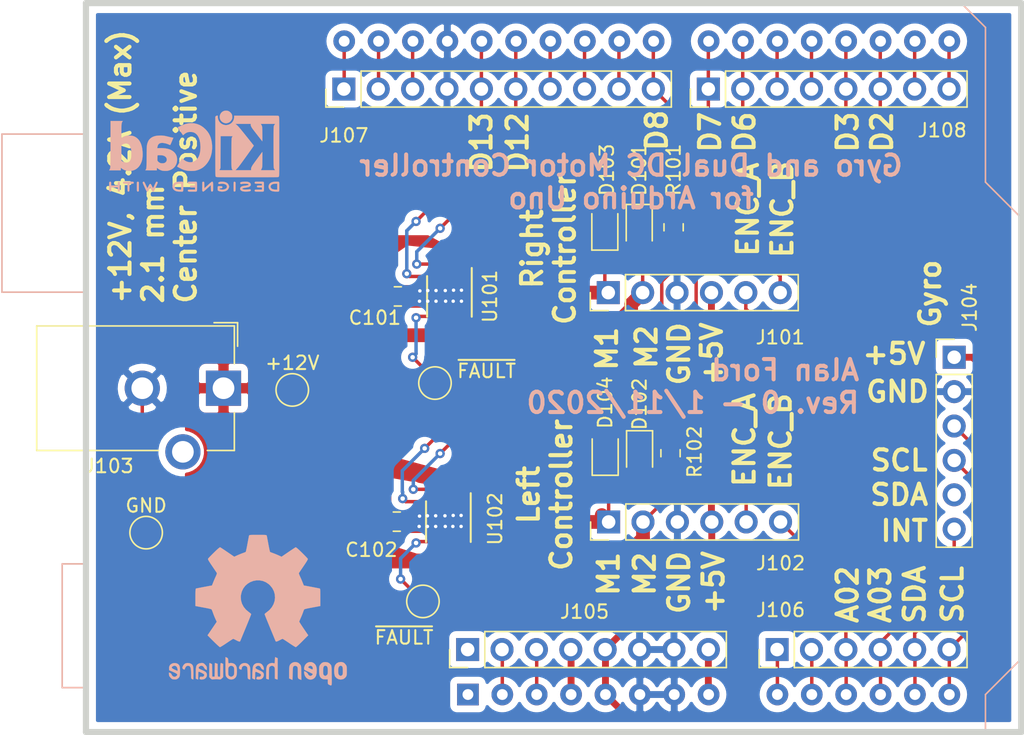
<source format=kicad_pcb>
(kicad_pcb (version 20171130) (host pcbnew "(5.1.4-0-10_14)")
  (layers (0 F.Cu signal) (31 B.Cu signal) (34 B.Paste user) (35 F.Paste user) (36 B.SilkS user) (37 F.SilkS user) (38 B.Mask user) (39 F.Mask user) (44 Edge.Cuts user))
  (net 0 "")
  (net 1 /SCL)
  (net 2 /SDA)
  (net 3 /D2)
  (net 4 /IOREF)
  (net 5 /D3)
  (net 6 /RESET)
  (net 7 /D4)
  (net 8 +3V3)
  (net 9 /D5)
  (net 10 +5V)
  (net 11 /D6)
  (net 12 GND)
  (net 13 /D7)
  (net 14 /D8)
  (net 15 +12V)
  (net 16 /D9)
  (net 17 /D10)
  (net 18 /D11)
  (net 19 /D12)
  (net 20 /D13)
  (net 21 /AREF)
  (net 22 /D0)
  (net 23 /D1)
  (net 24 "Net-(D101-Pad1)")
  (net 25 "Net-(D102-Pad1)")
  (net 26 "Net-(U101-Pad1)")
  (net 27 "Net-(U102-Pad1)")
  (net 28 /Vin)
  (net 29 /M1R)
  (net 30 /M1L)
  (net 31 /M2R)
  (net 32 /M2L)
  (net 33 /ALT_SCL)
  (net 34 /ALT_SDA)
  (net 35 /A0)
  (net 36 /A1)
  (net 37 /A2)
  (net 38 /A3)
  (net 39 "Net-(TP101-Pad1)")
  (net 40 "Net-(TP102-Pad1)")
  (module Symbol:OSHW-Logo2_14.6x12mm_SilkScreen (layer B.Cu) (at 133.858 104.775 180)
    (fp_text reference REF** hide)
    (fp_text value OSHW-Logo2_14.6x12mm_SilkScreen hide)
  )
  (module TestPoint:TestPoint_Pad_D2.0mm (layer F.Cu) (at 125.603 99.06)
    (fp_text reference GND (at 0 -1.998) (layer F.SilkS))
    (fp_text value TestPoint_Pad_D2.0mm)
    (pad 1 smd circle (at 0 0) (size 2 2) (layers F.Cu F.Mask) (net 12 GND))
  )
  (module TestPoint:TestPoint_Pad_D2.0mm (layer F.Cu) (at 136.398 88.519)
    (fp_text reference +12V (at 0 -1.998) (layer F.SilkS))
    (fp_text value TestPoint_Pad_D2.0mm)
    (pad 1 smd circle (at 0 0) (size 2 2) (layers F.Cu F.Mask) (net 15 +12V))
  )
  (module Symbol:KiCad-Logo2_5mm_SilkScreen (layer B.Cu) (at 129.159 70.866 180)
    (fp_text reference REF** hide)
    (fp_text value KiCad-Logo2_5mm_SilkScreen hide)
  )
  (module Capacitor_SMD:C_0805_2012Metric (layer F.Cu) (at 144.1196 98.2472)
    (fp_text reference C102 (at -1.8796 2.0828) (layer F.SilkS))
    (fp_text value "1 uF" hide)
    (pad 2 smd roundrect (at 0.9375 0) (size 0.975 1.4) (layers F.Cu F.Paste F.Mask) (net 12 GND))
    (pad 1 smd roundrect (at -0.9375 0) (size 0.975 1.4) (layers F.Cu F.Paste F.Mask) (net 15 +12V))
  )
  (module Connector_PinHeader_2.54mm:PinHeader_1x06_P2.54mm_Vertical (layer F.Cu) (at 159.7406 81.3308 90)
    (fp_text reference J101 (at -3.302 12.7) (layer F.SilkS))
    (fp_text value Conn_01x06 hide)
    (pad 6 thru_hole oval (at 0 12.7 90) (size 1.7 1.7) (drill 1) (layers *.Cu *.Mask) (net 11 /D6))
    (pad 5 thru_hole oval (at 0 10.16 90) (size 1.7 1.7) (drill 1) (layers *.Cu *.Mask) (net 5 /D3))
    (pad 4 thru_hole oval (at 0 7.62 90) (size 1.7 1.7) (drill 1) (layers *.Cu *.Mask) (net 10 +5V))
    (pad 3 thru_hole oval (at 0 5.08 90) (size 1.7 1.7) (drill 1) (layers *.Cu *.Mask) (net 12 GND))
    (pad 2 thru_hole oval (at 0 2.54 90) (size 1.7 1.7) (drill 1) (layers *.Cu *.Mask) (net 31 /M2R))
    (pad 1 thru_hole rect (at 0 0 90) (size 1.7 1.7) (drill 1) (layers *.Cu *.Mask) (net 29 /M1R))
  )
  (module LED_SMD:LED_0805_2012Metric (layer F.Cu) (at 162.0266 76.5048 270)
    (fp_text reference D101 (at -4.2418 0 90) (layer F.SilkS))
    (fp_text value RED hide)
    (pad 1 smd roundrect (at -0.9375 0 270) (size 0.975 1.4) (layers F.Cu F.Paste F.Mask) (net 24 "Net-(D101-Pad1)"))
    (pad 2 smd roundrect (at 0.9375 0 270) (size 0.975 1.4) (layers F.Cu F.Paste F.Mask) (net 29 /M1R))
  )
  (module Resistor_SMD:R_0805_2012Metric (layer F.Cu) (at 164.5666 76.5048 270)
    (fp_text reference R101 (at -4.2418 0 90) (layer F.SilkS))
    (fp_text value 4.7K hide)
    (pad 1 smd roundrect (at -0.9375 0 270) (size 0.975 1.4) (layers F.Cu F.Paste F.Mask) (net 24 "Net-(D101-Pad1)"))
    (pad 2 smd roundrect (at 0.9375 0 270) (size 0.975 1.4) (layers F.Cu F.Paste F.Mask) (net 31 /M2R))
  )
  (module Connector_PinHeader_2.54mm:PinHeader_1x06_P2.54mm_Vertical (layer F.Cu) (at 159.766 98.2726 90)
    (fp_text reference J102 (at -3.048 12.7) (layer F.SilkS))
    (fp_text value Conn_01x06 hide)
    (pad 1 thru_hole rect (at 0 0 90) (size 1.7 1.7) (drill 1) (layers *.Cu *.Mask) (net 30 /M1L))
    (pad 2 thru_hole oval (at 0 2.54 90) (size 1.7 1.7) (drill 1) (layers *.Cu *.Mask) (net 32 /M2L))
    (pad 3 thru_hole oval (at 0 5.08 90) (size 1.7 1.7) (drill 1) (layers *.Cu *.Mask) (net 12 GND))
    (pad 4 thru_hole oval (at 0 7.62 90) (size 1.7 1.7) (drill 1) (layers *.Cu *.Mask) (net 10 +5V))
    (pad 5 thru_hole oval (at 0 10.16 90) (size 1.7 1.7) (drill 1) (layers *.Cu *.Mask) (net 3 /D2))
    (pad 6 thru_hole oval (at 0 12.7 90) (size 1.7 1.7) (drill 1) (layers *.Cu *.Mask) (net 37 /A2))
  )
  (module Module:Arduino_UNO_R3 (layer B.Cu) (at 149.373001 111.019001)
    (fp_text reference A101 hide)
    (fp_text value Arduino_UNO_R3 hide)
    (pad 32 thru_hole oval (at -9.14 -48.26 270) (size 1.6 1.6) (drill 0.8) (layers *.Cu *.Mask) (net 33 /ALT_SCL))
    (pad 31 thru_hole oval (at -6.6 -48.26 270) (size 1.6 1.6) (drill 0.8) (layers *.Cu *.Mask) (net 34 /ALT_SDA))
    (pad 1 thru_hole rect (at 0 0 270) (size 1.6 1.6) (drill 0.8) (layers *.Cu *.Mask))
    (pad 17 thru_hole oval (at 30.48 -48.26 270) (size 1.6 1.6) (drill 0.8) (layers *.Cu *.Mask) (net 3 /D2))
    (pad 2 thru_hole oval (at 2.54 0 270) (size 1.6 1.6) (drill 0.8) (layers *.Cu *.Mask) (net 4 /IOREF))
    (pad 18 thru_hole oval (at 27.94 -48.26 270) (size 1.6 1.6) (drill 0.8) (layers *.Cu *.Mask) (net 5 /D3))
    (pad 3 thru_hole oval (at 5.08 0 270) (size 1.6 1.6) (drill 0.8) (layers *.Cu *.Mask) (net 6 /RESET))
    (pad 19 thru_hole oval (at 25.4 -48.26 270) (size 1.6 1.6) (drill 0.8) (layers *.Cu *.Mask) (net 7 /D4))
    (pad 4 thru_hole oval (at 7.62 0 270) (size 1.6 1.6) (drill 0.8) (layers *.Cu *.Mask) (net 8 +3V3))
    (pad 20 thru_hole oval (at 22.86 -48.26 270) (size 1.6 1.6) (drill 0.8) (layers *.Cu *.Mask) (net 9 /D5))
    (pad 5 thru_hole oval (at 10.16 0 270) (size 1.6 1.6) (drill 0.8) (layers *.Cu *.Mask) (net 10 +5V))
    (pad 21 thru_hole oval (at 20.32 -48.26 270) (size 1.6 1.6) (drill 0.8) (layers *.Cu *.Mask) (net 11 /D6))
    (pad 6 thru_hole oval (at 12.7 0 270) (size 1.6 1.6) (drill 0.8) (layers *.Cu *.Mask) (net 12 GND))
    (pad 22 thru_hole oval (at 17.78 -48.26 270) (size 1.6 1.6) (drill 0.8) (layers *.Cu *.Mask) (net 13 /D7))
    (pad 7 thru_hole oval (at 15.24 0 270) (size 1.6 1.6) (drill 0.8) (layers *.Cu *.Mask) (net 12 GND))
    (pad 23 thru_hole oval (at 13.72 -48.26 270) (size 1.6 1.6) (drill 0.8) (layers *.Cu *.Mask) (net 14 /D8))
    (pad 8 thru_hole oval (at 17.78 0 270) (size 1.6 1.6) (drill 0.8) (layers *.Cu *.Mask) (net 28 /Vin))
    (pad 24 thru_hole oval (at 11.18 -48.26 270) (size 1.6 1.6) (drill 0.8) (layers *.Cu *.Mask) (net 16 /D9))
    (pad 9 thru_hole oval (at 22.86 0 270) (size 1.6 1.6) (drill 0.8) (layers *.Cu *.Mask) (net 35 /A0))
    (pad 25 thru_hole oval (at 8.64 -48.26 270) (size 1.6 1.6) (drill 0.8) (layers *.Cu *.Mask) (net 17 /D10))
    (pad 10 thru_hole oval (at 25.4 0 270) (size 1.6 1.6) (drill 0.8) (layers *.Cu *.Mask) (net 36 /A1))
    (pad 26 thru_hole oval (at 6.1 -48.26 270) (size 1.6 1.6) (drill 0.8) (layers *.Cu *.Mask) (net 18 /D11))
    (pad 11 thru_hole oval (at 27.94 0 270) (size 1.6 1.6) (drill 0.8) (layers *.Cu *.Mask) (net 37 /A2))
    (pad 27 thru_hole oval (at 3.56 -48.26 270) (size 1.6 1.6) (drill 0.8) (layers *.Cu *.Mask) (net 19 /D12))
    (pad 12 thru_hole oval (at 30.48 0 270) (size 1.6 1.6) (drill 0.8) (layers *.Cu *.Mask) (net 38 /A3))
    (pad 28 thru_hole oval (at 1.02 -48.26 270) (size 1.6 1.6) (drill 0.8) (layers *.Cu *.Mask) (net 20 /D13))
    (pad 13 thru_hole oval (at 33.02 0 270) (size 1.6 1.6) (drill 0.8) (layers *.Cu *.Mask) (net 2 /SDA))
    (pad 29 thru_hole oval (at -1.52 -48.26 270) (size 1.6 1.6) (drill 0.8) (layers *.Cu *.Mask) (net 12 GND))
    (pad 14 thru_hole oval (at 35.56 0 270) (size 1.6 1.6) (drill 0.8) (layers *.Cu *.Mask) (net 1 /SCL))
    (pad 30 thru_hole oval (at -4.06 -48.26 270) (size 1.6 1.6) (drill 0.8) (layers *.Cu *.Mask) (net 21 /AREF))
    (pad 15 thru_hole oval (at 35.56 -48.26 270) (size 1.6 1.6) (drill 0.8) (layers *.Cu *.Mask) (net 22 /D0))
    (pad 16 thru_hole oval (at 33.02 -48.26 270) (size 1.6 1.6) (drill 0.8) (layers *.Cu *.Mask) (net 23 /D1))
  )
  (module Capacitor_SMD:C_0805_2012Metric (layer F.Cu) (at 144.1958 81.6102)
    (fp_text reference C101 (at -1.7018 1.5748) (layer F.SilkS))
    (fp_text value "1 uF" hide)
    (pad 1 smd roundrect (at -0.9375 0) (size 0.975 1.4) (layers F.Cu F.Paste F.Mask) (net 15 +12V))
    (pad 2 smd roundrect (at 0.9375 0) (size 0.975 1.4) (layers F.Cu F.Paste F.Mask) (net 12 GND))
  )
  (module LED_SMD:LED_0805_2012Metric (layer F.Cu) (at 162.052 93.218 270)
    (fp_text reference D102 (at -3.6576 0 90) (layer F.SilkS))
    (fp_text value RED hide)
    (pad 2 smd roundrect (at 0.9375 0 270) (size 0.975 1.4) (layers F.Cu F.Paste F.Mask) (net 30 /M1L))
    (pad 1 smd roundrect (at -0.9375 0 270) (size 0.975 1.4) (layers F.Cu F.Paste F.Mask) (net 25 "Net-(D102-Pad1)"))
  )
  (module Connector_PinHeader_2.54mm:PinHeader_1x08_P2.54mm_Vertical (layer F.Cu) (at 149.352 107.696 90)
    (fp_text reference J105 (at 2.794 8.636 180) (layer F.SilkS))
    (fp_text value Conn_01x08 hide)
    (pad 1 thru_hole rect (at 0 0 90) (size 1.7 1.7) (drill 1) (layers *.Cu *.Mask))
    (pad 2 thru_hole oval (at 0 2.54 90) (size 1.7 1.7) (drill 1) (layers *.Cu *.Mask) (net 4 /IOREF))
    (pad 3 thru_hole oval (at 0 5.08 90) (size 1.7 1.7) (drill 1) (layers *.Cu *.Mask) (net 6 /RESET))
    (pad 4 thru_hole oval (at 0 7.62 90) (size 1.7 1.7) (drill 1) (layers *.Cu *.Mask) (net 8 +3V3))
    (pad 5 thru_hole oval (at 0 10.16 90) (size 1.7 1.7) (drill 1) (layers *.Cu *.Mask) (net 10 +5V))
    (pad 6 thru_hole oval (at 0 12.7 90) (size 1.7 1.7) (drill 1) (layers *.Cu *.Mask) (net 12 GND))
    (pad 7 thru_hole oval (at 0 15.24 90) (size 1.7 1.7) (drill 1) (layers *.Cu *.Mask) (net 12 GND))
    (pad 8 thru_hole oval (at 0 17.78 90) (size 1.7 1.7) (drill 1) (layers *.Cu *.Mask) (net 28 /Vin))
  )
  (module Connector_PinHeader_2.54mm:PinHeader_1x06_P2.54mm_Vertical (layer F.Cu) (at 172.212 107.696 90)
    (fp_text reference J106 (at 2.921 0.254 180) (layer F.SilkS))
    (fp_text value Conn_01x06 hide)
    (pad 1 thru_hole rect (at 0 0 90) (size 1.7 1.7) (drill 1) (layers *.Cu *.Mask) (net 35 /A0))
    (pad 2 thru_hole oval (at 0 2.54 90) (size 1.7 1.7) (drill 1) (layers *.Cu *.Mask) (net 36 /A1))
    (pad 3 thru_hole oval (at 0 5.08 90) (size 1.7 1.7) (drill 1) (layers *.Cu *.Mask) (net 37 /A2))
    (pad 4 thru_hole oval (at 0 7.62 90) (size 1.7 1.7) (drill 1) (layers *.Cu *.Mask) (net 38 /A3))
    (pad 5 thru_hole oval (at 0 10.16 90) (size 1.7 1.7) (drill 1) (layers *.Cu *.Mask) (net 2 /SDA))
    (pad 6 thru_hole oval (at 0 12.7 90) (size 1.7 1.7) (drill 1) (layers *.Cu *.Mask) (net 1 /SCL))
  )
  (module Connector_PinHeader_2.54mm:PinHeader_1x10_P2.54mm_Vertical (layer F.Cu) (at 140.208 66.294 90)
    (fp_text reference J107 (at -3.429 0 180) (layer F.SilkS))
    (fp_text value Conn_01x10 hide)
    (pad 1 thru_hole rect (at 0 0 90) (size 1.7 1.7) (drill 1) (layers *.Cu *.Mask) (net 33 /ALT_SCL))
    (pad 2 thru_hole oval (at 0 2.54 90) (size 1.7 1.7) (drill 1) (layers *.Cu *.Mask) (net 34 /ALT_SDA))
    (pad 3 thru_hole oval (at 0 5.08 90) (size 1.7 1.7) (drill 1) (layers *.Cu *.Mask) (net 21 /AREF))
    (pad 4 thru_hole oval (at 0 7.62 90) (size 1.7 1.7) (drill 1) (layers *.Cu *.Mask) (net 12 GND))
    (pad 5 thru_hole oval (at 0 10.16 90) (size 1.7 1.7) (drill 1) (layers *.Cu *.Mask) (net 20 /D13))
    (pad 6 thru_hole oval (at 0 12.7 90) (size 1.7 1.7) (drill 1) (layers *.Cu *.Mask) (net 19 /D12))
    (pad 7 thru_hole oval (at 0 15.24 90) (size 1.7 1.7) (drill 1) (layers *.Cu *.Mask) (net 18 /D11))
    (pad 8 thru_hole oval (at 0 17.78 90) (size 1.7 1.7) (drill 1) (layers *.Cu *.Mask) (net 17 /D10))
    (pad 9 thru_hole oval (at 0 20.32 90) (size 1.7 1.7) (drill 1) (layers *.Cu *.Mask) (net 16 /D9))
    (pad 10 thru_hole oval (at 0 22.86 90) (size 1.7 1.7) (drill 1) (layers *.Cu *.Mask) (net 14 /D8))
  )
  (module Connector_PinHeader_2.54mm:PinHeader_1x08_P2.54mm_Vertical (layer F.Cu) (at 167.132 66.294 90)
    (fp_text reference J108 (at -3.048 17.272) (layer F.SilkS))
    (fp_text value Conn_01x08 hide)
    (pad 8 thru_hole oval (at 0 17.78 90) (size 1.7 1.7) (drill 1) (layers *.Cu *.Mask) (net 22 /D0))
    (pad 7 thru_hole oval (at 0 15.24 90) (size 1.7 1.7) (drill 1) (layers *.Cu *.Mask) (net 23 /D1))
    (pad 6 thru_hole oval (at 0 12.7 90) (size 1.7 1.7) (drill 1) (layers *.Cu *.Mask) (net 3 /D2))
    (pad 5 thru_hole oval (at 0 10.16 90) (size 1.7 1.7) (drill 1) (layers *.Cu *.Mask) (net 5 /D3))
    (pad 4 thru_hole oval (at 0 7.62 90) (size 1.7 1.7) (drill 1) (layers *.Cu *.Mask) (net 7 /D4))
    (pad 3 thru_hole oval (at 0 5.08 90) (size 1.7 1.7) (drill 1) (layers *.Cu *.Mask) (net 9 /D5))
    (pad 2 thru_hole oval (at 0 2.54 90) (size 1.7 1.7) (drill 1) (layers *.Cu *.Mask) (net 11 /D6))
    (pad 1 thru_hole rect (at 0 0 90) (size 1.7 1.7) (drill 1) (layers *.Cu *.Mask) (net 13 /D7))
  )
  (module Resistor_SMD:R_0805_2012Metric (layer F.Cu) (at 164.338 93.1926 270)
    (fp_text reference R102 (at -0.1016 -1.778 90) (layer F.SilkS))
    (fp_text value 4.7K hide)
    (pad 2 smd roundrect (at 0.9375 0 270) (size 0.975 1.4) (layers F.Cu F.Paste F.Mask) (net 32 /M2L))
    (pad 1 smd roundrect (at -0.9375 0 270) (size 0.975 1.4) (layers F.Cu F.Paste F.Mask) (net 25 "Net-(D102-Pad1)"))
  )
  (module Connector_PinHeader_2.54mm:PinHeader_1x06_P2.54mm_Vertical (layer F.Cu) (at 185.293 86.106)
    (fp_text reference J104 (at 1.143 -3.683 90) (layer F.SilkS))
    (fp_text value Conn_01x06 hide)
    (pad 1 thru_hole rect (at 0 0) (size 1.7 1.7) (drill 1) (layers *.Cu *.Mask) (net 10 +5V))
    (pad 2 thru_hole oval (at 0 2.54) (size 1.7 1.7) (drill 1) (layers *.Cu *.Mask) (net 12 GND))
    (pad 3 thru_hole oval (at 0 5.08) (size 1.7 1.7) (drill 1) (layers *.Cu *.Mask) (net 1 /SCL))
    (pad 4 thru_hole oval (at 0 7.62) (size 1.7 1.7) (drill 1) (layers *.Cu *.Mask) (net 2 /SDA))
    (pad 5 thru_hole oval (at 0 10.16) (size 1.7 1.7) (drill 1) (layers *.Cu *.Mask))
    (pad 6 thru_hole oval (at 0 12.7) (size 1.7 1.7) (drill 1) (layers *.Cu *.Mask) (net 38 /A3))
  )
  (module motor_controller:max14870 (layer F.Cu) (at 148.0058 81.6102 270)
    (fp_text reference U101 (at 0 -2.9972 90) (layer F.SilkS))
    (fp_text value MAX14780 hide)
    (pad 1 smd rect (at -1.475 -1.25 270) (size 0.65 0.3) (layers F.Cu F.Paste F.Mask) (net 26 "Net-(U101-Pad1)"))
    (pad 2 smd rect (at -1.475 -0.75 270) (size 0.65 0.3) (layers F.Cu F.Paste F.Mask) (net 29 /M1R))
    (pad 3 smd rect (at -1.475 -0.25 270) (size 0.65 0.3) (layers F.Cu F.Paste F.Mask) (net 15 +12V))
    (pad 4 smd rect (at -1.475 0.25 270) (size 0.65 0.3) (layers F.Cu F.Paste F.Mask) (net 12 GND))
    (pad 5 smd rect (at -1.475 0.75 270) (size 0.65 0.3) (layers F.Cu F.Paste F.Mask) (net 19 /D12))
    (pad 8 smd rect (at 1.475 0.75 270) (size 0.65 0.3) (layers F.Cu F.Paste F.Mask) (net 12 GND))
    (pad 9 smd rect (at 1.475 0.25 270) (size 0.65 0.3) (layers F.Cu F.Paste F.Mask) (net 12 GND))
    (pad 10 smd rect (at 1.475 -0.25 270) (size 0.65 0.3) (layers F.Cu F.Paste F.Mask) (net 15 +12V))
    (pad 11 smd rect (at 1.475 -0.75 270) (size 0.65 0.3) (layers F.Cu F.Paste F.Mask) (net 31 /M2R))
    (pad 12 smd rect (at 1.475 -1.25 270) (size 0.65 0.3) (layers F.Cu F.Paste F.Mask) (net 26 "Net-(U101-Pad1)"))
    (pad 13 smd rect (at 0 0 270) (size 1.7 2.5) (layers F.Cu F.Mask) (net 12 GND))
    (pad 6 smd rect (at -1.475 1.25 270) (size 0.65 0.3) (layers F.Cu F.Paste F.Mask) (net 20 /D13))
    (pad 7 smd rect (at 1.475 1.25 270) (size 0.65 0.3) (layers F.Cu F.Paste F.Mask) (net 39 "Net-(TP101-Pad1)"))
  )
  (module motor_controller:max14870 (layer F.Cu) (at 147.9296 98.2472 270)
    (fp_text reference U102 (at -0.2032 -3.4544 90) (layer F.SilkS))
    (fp_text value MAX14780 hide)
    (pad 7 smd rect (at 1.475 1.25 270) (size 0.65 0.3) (layers F.Cu F.Paste F.Mask) (net 40 "Net-(TP102-Pad1)"))
    (pad 6 smd rect (at -1.475 1.25 270) (size 0.65 0.3) (layers F.Cu F.Paste F.Mask) (net 14 /D8))
    (pad 13 smd rect (at 0 0 270) (size 1.7 2.5) (layers F.Cu F.Mask) (net 12 GND))
    (pad 12 smd rect (at 1.475 -1.25 270) (size 0.65 0.3) (layers F.Cu F.Paste F.Mask) (net 27 "Net-(U102-Pad1)"))
    (pad 11 smd rect (at 1.475 -0.75 270) (size 0.65 0.3) (layers F.Cu F.Paste F.Mask) (net 32 /M2L))
    (pad 10 smd rect (at 1.475 -0.25 270) (size 0.65 0.3) (layers F.Cu F.Paste F.Mask) (net 15 +12V))
    (pad 9 smd rect (at 1.475 0.25 270) (size 0.65 0.3) (layers F.Cu F.Paste F.Mask) (net 12 GND))
    (pad 8 smd rect (at 1.475 0.75 270) (size 0.65 0.3) (layers F.Cu F.Paste F.Mask) (net 12 GND))
    (pad 5 smd rect (at -1.475 0.75 270) (size 0.65 0.3) (layers F.Cu F.Paste F.Mask) (net 13 /D7))
    (pad 4 smd rect (at -1.475 0.25 270) (size 0.65 0.3) (layers F.Cu F.Paste F.Mask) (net 12 GND))
    (pad 3 smd rect (at -1.475 -0.25 270) (size 0.65 0.3) (layers F.Cu F.Paste F.Mask) (net 15 +12V))
    (pad 2 smd rect (at -1.475 -0.75 270) (size 0.65 0.3) (layers F.Cu F.Paste F.Mask) (net 30 /M1L))
    (pad 1 smd rect (at -1.475 -1.25 270) (size 0.65 0.3) (layers F.Cu F.Paste F.Mask) (net 27 "Net-(U102-Pad1)"))
  )
  (module LED_SMD:LED_0805_2012Metric (layer F.Cu) (at 159.4866 76.5048 90)
    (fp_text reference D103 (at 4.2418 0.1524 90) (layer F.SilkS))
    (fp_text value GREEN)
    (pad 1 smd roundrect (at -0.9375 0 90) (size 0.975 1.4) (layers F.Cu F.Paste F.Mask) (net 29 /M1R))
    (pad 2 smd roundrect (at 0.9375 0 90) (size 0.975 1.4) (layers F.Cu F.Paste F.Mask) (net 24 "Net-(D101-Pad1)"))
  )
  (module LED_SMD:LED_0805_2012Metric (layer F.Cu) (at 159.512 93.1395 90)
    (fp_text reference D104 (at 3.683 0 90) (layer F.SilkS))
    (fp_text value GREEN)
    (pad 2 smd roundrect (at 0.9375 0 90) (size 0.975 1.4) (layers F.Cu F.Paste F.Mask) (net 25 "Net-(D102-Pad1)"))
    (pad 1 smd roundrect (at -0.9375 0 90) (size 0.975 1.4) (layers F.Cu F.Paste F.Mask) (net 30 /M1L))
  )
  (module Connector_BarrelJack:BarrelJack_CUI_PJ-102AH_Horizontal (layer F.Cu) (at 131.318 88.392 270)
    (fp_text reference J103 (at 5.75 8.45) (layer F.SilkS))
    (fp_text value Barrel_Jack_Switch)
    (pad 1 thru_hole rect (at 0 0 270) (size 2.6 2.6) (drill 1.6) (layers *.Cu *.Mask) (net 15 +12V))
    (pad 2 thru_hole circle (at 0 6 270) (size 2.6 2.6) (drill 1.6) (layers *.Cu *.Mask) (net 12 GND))
    (pad 3 thru_hole circle (at 4.7 3 270) (size 2.6 2.6) (drill 1.6) (layers *.Cu *.Mask))
  )
  (module TestPoint:TestPoint_Pad_D2.0mm (layer F.Cu) (at 146.939 88.011)
    (fp_text reference ~FAULT (at 3.81 -0.889) (layer F.SilkS))
    (fp_text value TestPoint)
    (pad 1 smd circle (at 0 0) (size 2 2) (layers F.Cu F.Mask) (net 39 "Net-(TP101-Pad1)"))
  )
  (module TestPoint:TestPoint_Pad_D2.0mm (layer F.Cu) (at 146.05 104.14)
    (fp_text reference ~FAULT (at -1.397 2.667) (layer F.SilkS))
    (fp_text value TestPoint)
    (pad 1 smd circle (at 0 0) (size 2 2) (layers F.Cu F.Mask) (net 40 "Net-(TP102-Pad1)"))
  )
  (gr_text SCL (at 185.166 103.632 90) (layer F.SilkS) (effects (font (size 1.5 1.5) (thickness 0.3))))
  (gr_text SDA (at 182.372 103.632 90) (layer F.SilkS) (effects (font (size 1.5 1.5) (thickness 0.3))))
  (gr_text A03 (at 179.832 103.632 90) (layer F.SilkS) (effects (font (size 1.5 1.5) (thickness 0.3))))
  (gr_text A02 (at 177.419 103.632 90) (layer F.SilkS) (effects (font (size 1.5 1.5) (thickness 0.3))))
  (gr_text D13 (at 150.368 70.231 90) (layer F.SilkS) (effects (font (size 1.5 1.5) (thickness 0.3))))
  (gr_text D12 (at 153.035 70.231 90) (layer F.SilkS) (effects (font (size 1.5 1.5) (thickness 0.3))))
  (gr_text D8 (at 163.322 69.342 90) (layer F.SilkS) (effects (font (size 1.5 1.5) (thickness 0.3))))
  (gr_text D7 (at 167.259 69.469 90) (layer F.SilkS) (effects (font (size 1.5 1.5) (thickness 0.3))))
  (gr_text D6 (at 169.799 69.469 90) (layer F.SilkS) (effects (font (size 1.5 1.5) (thickness 0.3))))
  (gr_text D3 (at 177.419 69.469 90) (layer F.SilkS) (effects (font (size 1.5 1.5) (thickness 0.3))))
  (gr_text D2 (at 179.959 69.469 90) (layer F.SilkS) (effects (font (size 1.5 1.5) (thickness 0.3))))
  (gr_text "Alan Ford\nRev. 0 - 1/11/2020" (at 178.435 88.265) (layer B.SilkS) (effects (font (size 1.5 1.5) (thickness 0.3)) (justify left mirror)))
  (gr_text "Gyro and Dual DC Motor Controller\nfor Arduino Uno" (at 161.417 73.152) (layer B.SilkS) (effects (font (size 1.5 1.5) (thickness 0.3)) (justify mirror)))
  (gr_text "+12V, 4.2A (Max)\n2.1 mm \nCenter Positive" (at 126.111 82.296 90) (layer F.SilkS) (effects (font (size 1.5 1.5) (thickness 0.3)) (justify left)))
  (gr_text M1 (at 159.639 85.471 90) (layer F.SilkS) (effects (font (size 1.5 1.5) (thickness 0.3))))
  (gr_text M2 (at 162.56 85.344 90) (layer F.SilkS) (effects (font (size 1.5 1.5) (thickness 0.3))))
  (gr_text GND (at 164.973 85.852 90) (layer F.SilkS) (effects (font (size 1.5 1.5) (thickness 0.3))))
  (gr_text +5V (at 167.386 85.852 90) (layer F.SilkS) (effects (font (size 1.5 1.5) (thickness 0.3))))
  (gr_text ENC_B (at 172.593 75.184 90) (layer F.SilkS) (effects (font (size 1.5 1.5) (thickness 0.3))))
  (gr_text ENC_A (at 170.053 75.184 90) (layer F.SilkS) (effects (font (size 1.5 1.5) (thickness 0.3))))
  (gr_text ENC_B (at 172.466 92.329 90) (layer F.SilkS) (effects (font (size 1.5 1.5) (thickness 0.3))))
  (gr_text ENC_A (at 169.799 92.202 90) (layer F.SilkS) (effects (font (size 1.5 1.5) (thickness 0.3))))
  (gr_text +5V (at 167.513 102.743 90) (layer F.SilkS) (effects (font (size 1.5 1.5) (thickness 0.3))))
  (gr_text GND (at 164.973 102.743 90) (layer F.SilkS) (effects (font (size 1.5 1.5) (thickness 0.3))))
  (gr_text M2 (at 162.433 102.108 90) (layer F.SilkS) (effects (font (size 1.5 1.5) (thickness 0.3))))
  (gr_text M1 (at 159.766 102.108 90) (layer F.SilkS) (effects (font (size 1.5 1.5) (thickness 0.3))))
  (gr_text INT (at 181.61 98.933) (layer F.SilkS) (effects (font (size 1.5 1.5) (thickness 0.3))))
  (gr_text SDA (at 181.229 96.266) (layer F.SilkS) (effects (font (size 1.5 1.5) (thickness 0.3))))
  (gr_text SCL (at 181.229 93.726) (layer F.SilkS) (effects (font (size 1.5 1.5) (thickness 0.3))))
  (gr_text GND (at 181.102 88.646) (layer F.SilkS) (effects (font (size 1.5 1.5) (thickness 0.3))))
  (gr_text +5V (at 180.848 85.852) (layer F.SilkS) (effects (font (size 1.5 1.5) (thickness 0.3))))
  (gr_text Gyro (at 183.515 81.407 90) (layer F.SilkS) (effects (font (size 1.5 1.5) (thickness 0.3))))
  (gr_text "Left\nController" (at 155.067 96.266 90) (layer F.SilkS) (effects (font (size 1.5 1.5) (thickness 0.3))))
  (gr_text "Right\nController" (at 155.321 78.105 90) (layer F.SilkS) (effects (font (size 1.5 1.5) (thickness 0.3))))
  (gr_line (start 121.158 113.792) (end 121.158 59.944) (layer Edge.Cuts) (width 0.4572))
  (gr_line (start 190.246 113.792) (end 121.158 113.792) (layer Edge.Cuts) (width 0.4572))
  (gr_line (start 190.246 59.944) (end 190.246 113.792) (layer Edge.Cuts) (width 0.4572))
  (gr_line (start 121.158 59.944) (end 190.246 59.944) (layer Edge.Cuts) (width 0.4572))
  (segment (start 184.933001 107.717001) (end 184.912 107.696) (width 0.254) (layer F.Cu) (net 1))
  (segment (start 184.933001 111.019001) (end 184.933001 107.717001) (width 0.254) (layer F.Cu) (net 1))
  (segment (start 187.96 93.853) (end 185.293 91.186) (width 0.254) (layer F.Cu) (net 1))
  (segment (start 187.96 104.648) (end 187.96 93.853) (width 0.254) (layer F.Cu) (net 1))
  (segment (start 184.912 107.696) (end 187.96 104.648) (width 0.254) (layer F.Cu) (net 1))
  (segment (start 182.393001 107.717001) (end 182.372 107.696) (width 0.254) (layer F.Cu) (net 2))
  (segment (start 182.393001 111.019001) (end 182.393001 107.717001) (width 0.254) (layer F.Cu) (net 2))
  (segment (start 187.198 95.631) (end 185.293 93.726) (width 0.254) (layer F.Cu) (net 2))
  (segment (start 184.404 105.156) (end 187.198 102.362) (width 0.254) (layer F.Cu) (net 2))
  (segment (start 187.198 102.362) (end 187.198 95.631) (width 0.254) (layer F.Cu) (net 2))
  (segment (start 182.372 107.696) (end 182.372 106.493919) (width 0.254) (layer F.Cu) (net 2))
  (segment (start 183.709919 105.156) (end 184.404 105.156) (width 0.254) (layer F.Cu) (net 2))
  (segment (start 182.372 106.493919) (end 183.709919 105.156) (width 0.254) (layer F.Cu) (net 2))
  (segment (start 179.832 62.780002) (end 179.853001 62.759001) (width 0.254) (layer F.Cu) (net 3))
  (segment (start 179.832 66.294) (end 179.832 62.780002) (width 0.254) (layer F.Cu) (net 3))
  (segment (start 169.926 98.2726) (end 169.926 90.424) (width 0.254) (layer F.Cu) (net 3))
  (segment (start 179.832 80.518) (end 179.832 66.294) (width 0.254) (layer F.Cu) (net 3))
  (segment (start 169.926 90.424) (end 179.832 80.518) (width 0.254) (layer F.Cu) (net 3))
  (segment (start 151.913001 107.717001) (end 151.892 107.696) (width 0.254) (layer F.Cu) (net 4))
  (segment (start 151.913001 111.019001) (end 151.913001 107.717001) (width 0.254) (layer F.Cu) (net 4))
  (segment (start 177.292 62.780002) (end 177.313001 62.759001) (width 0.254) (layer F.Cu) (net 5))
  (segment (start 177.292 66.294) (end 177.292 62.780002) (width 0.254) (layer F.Cu) (net 5))
  (segment (start 169.9006 82.532881) (end 172.330719 84.963) (width 0.254) (layer F.Cu) (net 5))
  (segment (start 169.9006 81.3308) (end 169.9006 82.532881) (width 0.254) (layer F.Cu) (net 5))
  (segment (start 172.330719 84.963) (end 173.228 84.963) (width 0.254) (layer F.Cu) (net 5))
  (segment (start 177.292 80.899) (end 177.292 66.294) (width 0.254) (layer F.Cu) (net 5))
  (segment (start 173.228 84.963) (end 177.292 80.899) (width 0.254) (layer F.Cu) (net 5))
  (segment (start 154.453001 107.717001) (end 154.432 107.696) (width 0.254) (layer F.Cu) (net 6))
  (segment (start 154.453001 111.019001) (end 154.453001 107.717001) (width 0.254) (layer F.Cu) (net 6))
  (segment (start 174.752 62.780002) (end 174.773001 62.759001) (width 0.254) (layer F.Cu) (net 7))
  (segment (start 174.752 66.294) (end 174.752 62.780002) (width 0.254) (layer F.Cu) (net 7))
  (segment (start 156.993001 107.717001) (end 156.972 107.696) (width 0.508) (layer F.Cu) (net 8))
  (segment (start 156.993001 111.019001) (end 156.993001 107.717001) (width 0.508) (layer F.Cu) (net 8))
  (segment (start 172.212 62.780002) (end 172.233001 62.759001) (width 0.254) (layer F.Cu) (net 9))
  (segment (start 172.212 66.294) (end 172.212 62.780002) (width 0.254) (layer F.Cu) (net 9))
  (segment (start 159.533001 107.717001) (end 159.512 107.696) (width 0.508) (layer F.Cu) (net 10))
  (segment (start 159.533001 111.019001) (end 159.533001 107.717001) (width 0.508) (layer F.Cu) (net 10))
  (segment (start 167.3606 98.2472) (end 167.386 98.2726) (width 0.508) (layer F.Cu) (net 10))
  (segment (start 167.3606 81.3308) (end 167.3606 98.2472) (width 0.508) (layer F.Cu) (net 10))
  (segment (start 167.386 98.2726) (end 167.386 99.9998) (width 0.508) (layer F.Cu) (net 10))
  (segment (start 167.386 99.9998) (end 163.195 104.1908) (width 0.508) (layer F.Cu) (net 10))
  (segment (start 163.0172 104.1908) (end 159.512 107.696) (width 0.508) (layer F.Cu) (net 10))
  (segment (start 163.195 104.1908) (end 163.0172 104.1908) (width 0.508) (layer F.Cu) (net 10))
  (segment (start 186.651 86.106) (end 185.293 86.106) (width 0.508) (layer F.Cu) (net 10))
  (segment (start 188.976 88.431) (end 186.651 86.106) (width 0.508) (layer F.Cu) (net 10))
  (segment (start 188.976 108.458) (end 188.976 88.431) (width 0.508) (layer F.Cu) (net 10))
  (segment (start 159.533001 111.019001) (end 161.29 112.776) (width 0.508) (layer F.Cu) (net 10))
  (segment (start 161.29 112.776) (end 185.487764 112.776) (width 0.508) (layer F.Cu) (net 10))
  (segment (start 186.69 110.744) (end 188.976 108.458) (width 0.508) (layer F.Cu) (net 10))
  (segment (start 186.69 111.573764) (end 186.69 110.744) (width 0.508) (layer F.Cu) (net 10))
  (segment (start 185.487764 112.776) (end 186.69 111.573764) (width 0.508) (layer F.Cu) (net 10))
  (segment (start 169.672 62.780002) (end 169.693001 62.759001) (width 0.254) (layer F.Cu) (net 11))
  (segment (start 169.672 66.294) (end 169.672 62.780002) (width 0.254) (layer F.Cu) (net 11))
  (segment (start 172.4406 80.128719) (end 171.196 78.884119) (width 0.254) (layer F.Cu) (net 11))
  (segment (start 172.4406 81.3308) (end 172.4406 80.128719) (width 0.254) (layer F.Cu) (net 11))
  (segment (start 171.196 78.884119) (end 171.196 73.406) (width 0.254) (layer F.Cu) (net 11))
  (segment (start 169.672 66.294) (end 169.672 71.882) (width 0.254) (layer F.Cu) (net 11))
  (segment (start 171.196 73.406) (end 169.672 71.882) (width 0.254) (layer F.Cu) (net 11))
  (via (at 148.2598 98.6028) (size 0.508) (drill 0.254) (layers F.Cu B.Cu) (net 12))
  (via (at 148.2852 97.79) (size 0.508) (drill 0.254) (layers F.Cu B.Cu) (net 12))
  (via (at 147.701 98.6028) (size 0.508) (drill 0.254) (layers F.Cu B.Cu) (net 12))
  (via (at 146.9898 98.6028) (size 0.508) (drill 0.254) (layers F.Cu B.Cu) (net 12))
  (via (at 146.9898 97.8154) (size 0.508) (drill 0.254) (layers F.Cu B.Cu) (net 12))
  (via (at 147.6756 97.8154) (size 0.508) (drill 0.254) (layers F.Cu B.Cu) (net 12))
  (via (at 148.8694 97.79) (size 0.508) (drill 0.254) (layers F.Cu B.Cu) (net 12))
  (via (at 148.8694 98.6028) (size 0.508) (drill 0.254) (layers F.Cu B.Cu) (net 12))
  (via (at 146.3802 97.8154) (size 0.508) (drill 0.254) (layers F.Cu B.Cu) (net 12))
  (via (at 146.3802 98.6028) (size 0.508) (drill 0.254) (layers F.Cu B.Cu) (net 12))
  (via (at 145.796 97.8408) (size 0.508) (drill 0.254) (layers F.Cu B.Cu) (net 12))
  (via (at 145.7706 98.6028) (size 0.508) (drill 0.254) (layers F.Cu B.Cu) (net 12))
  (via (at 147.701 81.1784) (size 0.508) (drill 0.254) (layers F.Cu B.Cu) (net 12))
  (via (at 148.2852 81.9658) (size 0.508) (drill 0.254) (layers F.Cu B.Cu) (net 12))
  (via (at 146.4056 81.1784) (size 0.508) (drill 0.254) (layers F.Cu B.Cu) (net 12))
  (via (at 147.0152 81.1784) (size 0.508) (drill 0.254) (layers F.Cu B.Cu) (net 12))
  (via (at 148.8948 81.153) (size 0.508) (drill 0.254) (layers F.Cu B.Cu) (net 12))
  (via (at 148.8948 81.9658) (size 0.508) (drill 0.254) (layers F.Cu B.Cu) (net 12))
  (via (at 148.3106 81.153) (size 0.508) (drill 0.254) (layers F.Cu B.Cu) (net 12))
  (via (at 147.7264 81.9658) (size 0.508) (drill 0.254) (layers F.Cu B.Cu) (net 12))
  (via (at 146.4056 81.9658) (size 0.508) (drill 0.254) (layers F.Cu B.Cu) (net 12))
  (via (at 145.796 81.9658) (size 0.508) (drill 0.254) (layers F.Cu B.Cu) (net 12))
  (via (at 145.8214 81.2038) (size 0.508) (drill 0.254) (layers F.Cu B.Cu) (net 12))
  (via (at 147.0152 81.9658) (size 0.508) (drill 0.254) (layers F.Cu B.Cu) (net 12))
  (segment (start 147.2558 82.3602) (end 148.0058 81.6102) (width 0.254) (layer F.Cu) (net 12))
  (segment (start 147.2558 83.0852) (end 147.2558 82.3602) (width 0.254) (layer F.Cu) (net 12))
  (segment (start 147.7558 81.8602) (end 148.0058 81.6102) (width 0.254) (layer F.Cu) (net 12))
  (segment (start 147.7558 83.0852) (end 147.7558 81.8602) (width 0.254) (layer F.Cu) (net 12))
  (segment (start 147.7558 81.3602) (end 148.0058 81.6102) (width 0.254) (layer F.Cu) (net 12))
  (segment (start 147.7558 80.1352) (end 147.7558 81.3602) (width 0.254) (layer F.Cu) (net 12))
  (segment (start 147.6796 97.9972) (end 147.9296 98.2472) (width 0.254) (layer F.Cu) (net 12))
  (segment (start 147.6796 96.7722) (end 147.6796 97.9972) (width 0.254) (layer F.Cu) (net 12))
  (segment (start 147.1796 98.9972) (end 147.9296 98.2472) (width 0.254) (layer F.Cu) (net 12))
  (segment (start 147.1796 99.7222) (end 147.1796 98.9972) (width 0.254) (layer F.Cu) (net 12))
  (segment (start 147.6796 98.4972) (end 147.9296 98.2472) (width 0.254) (layer F.Cu) (net 12))
  (segment (start 147.6796 99.7222) (end 147.6796 98.4972) (width 0.254) (layer F.Cu) (net 12))
  (segment (start 125.318 98.775) (end 125.603 99.06) (width 0.254) (layer F.Cu) (net 12))
  (segment (start 125.318 88.392) (end 125.318 98.775) (width 0.254) (layer F.Cu) (net 12))
  (segment (start 167.132 62.780002) (end 167.153001 62.759001) (width 0.254) (layer F.Cu) (net 13))
  (segment (start 167.132 66.294) (end 167.132 62.780002) (width 0.254) (layer F.Cu) (net 13))
  (segment (start 147.1796 96.7722) (end 147.1796 96.0748) (width 0.254) (layer F.Cu) (net 13))
  (via (at 145.3388 95.8596) (size 0.6858) (drill 0.3302) (layers F.Cu B.Cu) (net 13))
  (segment (start 146.9644 95.8596) (end 145.3388 95.8596) (width 0.254) (layer F.Cu) (net 13))
  (segment (start 147.1796 96.0748) (end 146.9644 95.8596) (width 0.254) (layer F.Cu) (net 13))
  (via (at 147.32 93.218) (size 0.6858) (drill 0.3302) (layers F.Cu B.Cu) (net 13))
  (segment (start 145.3388 95.1992) (end 147.32 93.218) (width 0.254) (layer B.Cu) (net 13))
  (segment (start 145.3388 95.8596) (end 145.3388 95.1992) (width 0.254) (layer B.Cu) (net 13))
  (segment (start 147.32 93.218) (end 151.13 89.408) (width 0.254) (layer F.Cu) (net 13))
  (segment (start 151.13 89.408) (end 160.147 89.408) (width 0.254) (layer F.Cu) (net 13))
  (segment (start 166.231199 83.323801) (end 166.231199 79.005801) (width 0.254) (layer F.Cu) (net 13))
  (segment (start 160.147 89.408) (end 166.231199 83.323801) (width 0.254) (layer F.Cu) (net 13))
  (segment (start 166.231199 79.005801) (end 167.132 78.105) (width 0.254) (layer F.Cu) (net 13))
  (segment (start 167.132 78.105) (end 167.132 66.294) (width 0.254) (layer F.Cu) (net 13))
  (via (at 144.5514 96.5454) (size 0.6858) (drill 0.3302) (layers F.Cu B.Cu) (net 14))
  (segment (start 144.7782 96.7722) (end 144.5514 96.5454) (width 0.254) (layer F.Cu) (net 14))
  (segment (start 146.6796 96.7722) (end 144.7782 96.7722) (width 0.254) (layer F.Cu) (net 14))
  (segment (start 144.5514 96.060467) (end 144.526 96.035067) (width 0.254) (layer B.Cu) (net 14))
  (segment (start 144.5514 96.5454) (end 144.5514 96.060467) (width 0.254) (layer B.Cu) (net 14))
  (via (at 146.177 92.837) (size 0.6858) (drill 0.3302) (layers F.Cu B.Cu) (net 14))
  (segment (start 144.526 94.488) (end 146.177 92.837) (width 0.254) (layer B.Cu) (net 14))
  (segment (start 144.526 96.035067) (end 144.526 94.488) (width 0.254) (layer B.Cu) (net 14))
  (segment (start 146.177 92.837) (end 150.749 88.265) (width 0.254) (layer F.Cu) (net 14))
  (segment (start 150.749 88.265) (end 158.877 88.265) (width 0.254) (layer F.Cu) (net 14))
  (segment (start 163.691199 80.494951) (end 166.37 77.81615) (width 0.254) (layer F.Cu) (net 14))
  (segment (start 163.691199 83.450801) (end 163.691199 80.494951) (width 0.254) (layer F.Cu) (net 14))
  (segment (start 158.877 88.265) (end 163.691199 83.450801) (width 0.254) (layer F.Cu) (net 14))
  (segment (start 166.37 71.267514) (end 164.063486 68.961) (width 0.254) (layer F.Cu) (net 14))
  (segment (start 166.37 77.81615) (end 166.37 71.267514) (width 0.254) (layer F.Cu) (net 14))
  (segment (start 164.063486 67.289486) (end 163.068 66.294) (width 0.254) (layer F.Cu) (net 14))
  (segment (start 164.063486 68.961) (end 164.063486 67.289486) (width 0.254) (layer F.Cu) (net 14))
  (segment (start 163.068 62.784002) (end 163.093001 62.759001) (width 0.254) (layer F.Cu) (net 14))
  (segment (start 163.068 66.294) (end 163.068 62.784002) (width 0.254) (layer F.Cu) (net 14))
  (segment (start 147.7518 84.4804) (end 143.129 84.4804) (width 1.016) (layer F.Cu) (net 15))
  (segment (start 148.1796 96.1932) (end 148.2598 96.113) (width 0.254) (layer F.Cu) (net 15))
  (segment (start 148.1796 96.7722) (end 148.1796 96.1932) (width 0.254) (layer F.Cu) (net 15))
  (segment (start 148.2598 96.113) (end 148.2598 95.631) (width 0.254) (layer F.Cu) (net 15))
  (segment (start 148.1796 100.3012) (end 148.209 100.3306) (width 0.254) (layer F.Cu) (net 15))
  (segment (start 148.1796 99.7222) (end 148.1796 100.3012) (width 0.254) (layer F.Cu) (net 15))
  (segment (start 148.209 100.3306) (end 148.209 100.8634) (width 0.254) (layer F.Cu) (net 15))
  (segment (start 147.7518 84.1682) (end 147.7518 84.4804) (width 0.254) (layer F.Cu) (net 15))
  (segment (start 148.2558 83.6642) (end 147.7518 84.1682) (width 0.254) (layer F.Cu) (net 15))
  (segment (start 148.2558 83.0852) (end 148.2558 83.6642) (width 0.254) (layer F.Cu) (net 15))
  (segment (start 148.2558 80.1352) (end 148.2558 78.7868) (width 0.254) (layer F.Cu) (net 15))
  (segment (start 148.2558 78.7868) (end 147.447 77.978) (width 0.254) (layer F.Cu) (net 15))
  (segment (start 160.528 62.784002) (end 160.553001 62.759001) (width 0.254) (layer F.Cu) (net 16))
  (segment (start 160.528 66.294) (end 160.528 62.784002) (width 0.254) (layer F.Cu) (net 16))
  (segment (start 157.988 62.784002) (end 158.013001 62.759001) (width 0.254) (layer F.Cu) (net 17))
  (segment (start 157.988 66.294) (end 157.988 62.784002) (width 0.254) (layer F.Cu) (net 17))
  (segment (start 155.448 62.784002) (end 155.473001 62.759001) (width 0.254) (layer F.Cu) (net 18))
  (segment (start 155.448 66.294) (end 155.448 62.784002) (width 0.254) (layer F.Cu) (net 18))
  (segment (start 152.908 62.784002) (end 152.933001 62.759001) (width 0.254) (layer F.Cu) (net 19))
  (segment (start 152.908 66.294) (end 152.908 62.784002) (width 0.254) (layer F.Cu) (net 19))
  (via (at 145.5928 79.2226) (size 0.6858) (drill 0.3302) (layers F.Cu B.Cu) (net 19))
  (segment (start 146.9222 79.2226) (end 145.5928 79.2226) (width 0.254) (layer F.Cu) (net 19))
  (segment (start 147.2558 79.5562) (end 146.9222 79.2226) (width 0.254) (layer F.Cu) (net 19))
  (segment (start 147.2558 80.1352) (end 147.2558 79.5562) (width 0.254) (layer F.Cu) (net 19))
  (via (at 147.32 76.581) (size 0.6858) (drill 0.3302) (layers F.Cu B.Cu) (net 19))
  (segment (start 145.5928 78.3082) (end 147.32 76.581) (width 0.254) (layer B.Cu) (net 19))
  (segment (start 145.5928 79.2226) (end 145.5928 78.3082) (width 0.254) (layer B.Cu) (net 19))
  (segment (start 152.908 70.993) (end 152.908 66.294) (width 0.254) (layer F.Cu) (net 19))
  (segment (start 147.32 76.581) (end 152.908 70.993) (width 0.254) (layer F.Cu) (net 19))
  (segment (start 150.368 62.784002) (end 150.393001 62.759001) (width 0.254) (layer F.Cu) (net 20))
  (segment (start 150.368 66.294) (end 150.368 62.784002) (width 0.254) (layer F.Cu) (net 20))
  (segment (start 145.0576 80.1352) (end 144.8562 79.9338) (width 0.254) (layer F.Cu) (net 20))
  (via (at 144.8562 79.9338) (size 0.6858) (drill 0.3302) (layers F.Cu B.Cu) (net 20))
  (segment (start 146.7558 80.1352) (end 145.0576 80.1352) (width 0.254) (layer F.Cu) (net 20))
  (segment (start 144.8562 79.9338) (end 144.8562 77.3938) (width 0.254) (layer B.Cu) (net 20))
  (segment (start 144.8562 76.7588) (end 145.542 76.073) (width 0.254) (layer B.Cu) (net 20))
  (via (at 145.542 76.073) (size 0.6858) (drill 0.3302) (layers F.Cu B.Cu) (net 20))
  (segment (start 144.8562 77.3938) (end 144.8562 76.7588) (width 0.254) (layer B.Cu) (net 20))
  (segment (start 150.368 71.247) (end 150.368 66.294) (width 0.254) (layer F.Cu) (net 20))
  (segment (start 145.542 76.073) (end 150.368 71.247) (width 0.254) (layer F.Cu) (net 20))
  (segment (start 145.288 62.784002) (end 145.313001 62.759001) (width 0.254) (layer F.Cu) (net 21))
  (segment (start 145.288 66.294) (end 145.288 62.784002) (width 0.254) (layer F.Cu) (net 21))
  (segment (start 184.912 62.780002) (end 184.933001 62.759001) (width 0.254) (layer F.Cu) (net 22))
  (segment (start 184.912 66.294) (end 184.912 62.780002) (width 0.254) (layer F.Cu) (net 22))
  (segment (start 182.372 62.780002) (end 182.393001 62.759001) (width 0.254) (layer F.Cu) (net 23))
  (segment (start 182.372 66.294) (end 182.372 62.780002) (width 0.254) (layer F.Cu) (net 23))
  (segment (start 162.0016 75.5423) (end 162.0266 75.5673) (width 0.508) (layer F.Cu) (net 24))
  (segment (start 159.4866 75.5673) (end 162.0266 75.5673) (width 0.254) (layer F.Cu) (net 24))
  (segment (start 162.0266 75.5673) (end 164.5666 75.5673) (width 0.254) (layer F.Cu) (net 24))
  (segment (start 164.313 92.2301) (end 164.338 92.2551) (width 0.508) (layer F.Cu) (net 25))
  (segment (start 161.9735 92.202) (end 162.052 92.2805) (width 0.254) (layer F.Cu) (net 25))
  (segment (start 159.512 92.202) (end 161.9735 92.202) (width 0.254) (layer F.Cu) (net 25))
  (segment (start 164.3126 92.2805) (end 164.338 92.2551) (width 0.254) (layer F.Cu) (net 25))
  (segment (start 162.052 92.2805) (end 164.3126 92.2805) (width 0.254) (layer F.Cu) (net 25))
  (segment (start 149.7312 83.0852) (end 149.2558 83.0852) (width 0.254) (layer F.Cu) (net 26))
  (segment (start 150.0378 82.7786) (end 149.7312 83.0852) (width 0.254) (layer F.Cu) (net 26))
  (segment (start 150.0378 80.5132) (end 150.0378 82.7786) (width 0.254) (layer F.Cu) (net 26))
  (segment (start 149.6598 80.1352) (end 150.0378 80.5132) (width 0.254) (layer F.Cu) (net 26))
  (segment (start 149.2558 80.1352) (end 149.6598 80.1352) (width 0.254) (layer F.Cu) (net 26))
  (segment (start 149.5836 96.7722) (end 149.6108 96.7994) (width 0.254) (layer F.Cu) (net 27))
  (segment (start 149.1796 96.7722) (end 149.5836 96.7722) (width 0.254) (layer F.Cu) (net 27))
  (segment (start 149.6108 96.7994) (end 149.86 96.7994) (width 0.254) (layer F.Cu) (net 27))
  (segment (start 149.86 96.7994) (end 150.3172 97.2566) (width 0.254) (layer F.Cu) (net 27))
  (segment (start 150.3172 97.2566) (end 150.3172 99.3394) (width 0.254) (layer F.Cu) (net 27))
  (segment (start 149.9344 99.7222) (end 149.1796 99.7222) (width 0.254) (layer F.Cu) (net 27))
  (segment (start 150.3172 99.3394) (end 149.9344 99.7222) (width 0.254) (layer F.Cu) (net 27))
  (segment (start 167.132 110.998) (end 167.153001 111.019001) (width 0.254) (layer F.Cu) (net 28))
  (segment (start 167.132 107.696) (end 167.132 110.998) (width 0.508) (layer F.Cu) (net 28))
  (segment (start 162.0016 77.4673) (end 162.0266 77.4423) (width 0.508) (layer F.Cu) (net 29))
  (segment (start 159.4866 81.0768) (end 159.7406 81.3308) (width 1.016) (layer F.Cu) (net 29))
  (segment (start 159.4866 77.4673) (end 159.4866 81.0768) (width 0.254) (layer F.Cu) (net 29))
  (segment (start 157.8746 81.3308) (end 154.852 78.3082) (width 1.016) (layer F.Cu) (net 29))
  (segment (start 159.7406 81.3308) (end 157.8746 81.3308) (width 1.016) (layer F.Cu) (net 29))
  (segment (start 154.852 78.3082) (end 149.1234 78.3082) (width 1.016) (layer F.Cu) (net 29))
  (segment (start 149.1234 79.1886) (end 149.1234 78.3082) (width 0.254) (layer F.Cu) (net 29))
  (segment (start 148.7558 79.5562) (end 149.1234 79.1886) (width 0.254) (layer F.Cu) (net 29))
  (segment (start 148.7558 80.1352) (end 148.7558 79.5562) (width 0.254) (layer F.Cu) (net 29))
  (segment (start 159.4866 77.4423) (end 162.0266 77.4423) (width 0.254) (layer F.Cu) (net 29))
  (segment (start 159.258 97.7646) (end 159.766 98.2726) (width 1.016) (layer F.Cu) (net 30))
  (segment (start 157.9 98.2726) (end 154.9282 95.3008) (width 1.016) (layer F.Cu) (net 30))
  (segment (start 159.766 98.2726) (end 157.9 98.2726) (width 1.016) (layer F.Cu) (net 30))
  (segment (start 154.9282 95.3008) (end 149.8092 95.3008) (width 1.016) (layer F.Cu) (net 30))
  (segment (start 149.8092 95.3008) (end 149.7584 95.3516) (width 0.254) (layer F.Cu) (net 30))
  (segment (start 148.6796 96.1932) (end 148.6796 96.7722) (width 0.254) (layer F.Cu) (net 30))
  (segment (start 149.5212 95.3516) (end 148.6796 96.1932) (width 0.254) (layer F.Cu) (net 30))
  (segment (start 149.7584 95.3516) (end 149.5212 95.3516) (width 0.254) (layer F.Cu) (net 30))
  (segment (start 159.766 94.331) (end 159.512 94.077) (width 0.254) (layer F.Cu) (net 30))
  (segment (start 159.766 98.2726) (end 159.766 94.331) (width 0.254) (layer F.Cu) (net 30))
  (segment (start 161.9735 94.077) (end 162.052 94.1555) (width 0.254) (layer F.Cu) (net 30))
  (segment (start 159.512 94.077) (end 161.9735 94.077) (width 0.254) (layer F.Cu) (net 30))
  (segment (start 161.430601 82.529521) (end 158.920922 85.0392) (width 1.016) (layer F.Cu) (net 31))
  (segment (start 161.430601 82.180799) (end 161.430601 82.529521) (width 1.016) (layer F.Cu) (net 31))
  (segment (start 162.2806 81.3308) (end 161.430601 82.180799) (width 1.016) (layer F.Cu) (net 31))
  (segment (start 158.920922 85.0392) (end 149.5806 85.0392) (width 1.016) (layer F.Cu) (net 31))
  (segment (start 148.7558 84.2144) (end 149.5806 85.0392) (width 0.254) (layer F.Cu) (net 31))
  (segment (start 148.7558 83.0852) (end 148.7558 84.2144) (width 0.254) (layer F.Cu) (net 31))
  (segment (start 162.2806 79.7283) (end 164.5666 77.4423) (width 0.254) (layer F.Cu) (net 31))
  (segment (start 162.2806 81.3308) (end 162.2806 79.7283) (width 0.254) (layer F.Cu) (net 31))
  (segment (start 164.338 96.2406) (end 162.306 98.2726) (width 0.254) (layer F.Cu) (net 32))
  (segment (start 164.338 94.1301) (end 164.338 96.2406) (width 0.254) (layer F.Cu) (net 32))
  (segment (start 148.6796 100.3012) (end 148.717 100.3386) (width 0.254) (layer F.Cu) (net 32))
  (segment (start 148.6796 99.7222) (end 148.6796 100.3012) (width 0.254) (layer F.Cu) (net 32))
  (segment (start 148.717 100.3386) (end 148.717 100.4316) (width 0.254) (layer F.Cu) (net 32))
  (segment (start 162.306 99.474681) (end 161.171281 100.6094) (width 1.016) (layer F.Cu) (net 32))
  (segment (start 162.306 98.2726) (end 162.306 99.474681) (width 1.016) (layer F.Cu) (net 32))
  (segment (start 161.171281 100.6094) (end 153.7208 100.6094) (width 1.016) (layer F.Cu) (net 32))
  (segment (start 153.7208 100.6094) (end 151.7142 100.6094) (width 1.016) (layer F.Cu) (net 32))
  (segment (start 151.7142 100.6094) (end 150.9776 101.346) (width 1.016) (layer F.Cu) (net 32))
  (segment (start 150.9776 101.346) (end 149.3012 101.346) (width 1.016) (layer F.Cu) (net 32))
  (segment (start 148.717 100.7618) (end 149.3012 101.346) (width 0.254) (layer F.Cu) (net 32))
  (segment (start 148.717 100.3386) (end 148.717 100.7618) (width 0.254) (layer F.Cu) (net 32))
  (segment (start 140.208 62.784002) (end 140.233001 62.759001) (width 0.254) (layer F.Cu) (net 33))
  (segment (start 140.233001 66.268999) (end 140.208 66.294) (width 0.254) (layer F.Cu) (net 33))
  (segment (start 140.233001 62.759001) (end 140.233001 66.268999) (width 0.254) (layer F.Cu) (net 33))
  (segment (start 142.748 62.784002) (end 142.773001 62.759001) (width 0.254) (layer F.Cu) (net 34))
  (segment (start 142.773001 66.268999) (end 142.748 66.294) (width 0.254) (layer F.Cu) (net 34))
  (segment (start 142.773001 62.759001) (end 142.773001 66.268999) (width 0.254) (layer F.Cu) (net 34))
  (segment (start 172.233001 107.717001) (end 172.212 107.696) (width 0.254) (layer F.Cu) (net 35))
  (segment (start 172.233001 111.019001) (end 172.233001 107.717001) (width 0.254) (layer F.Cu) (net 35))
  (segment (start 174.773001 107.717001) (end 174.752 107.696) (width 0.254) (layer F.Cu) (net 36))
  (segment (start 174.773001 111.019001) (end 174.773001 107.717001) (width 0.254) (layer F.Cu) (net 36))
  (segment (start 177.313001 107.717001) (end 177.292 107.696) (width 0.254) (layer F.Cu) (net 37))
  (segment (start 177.313001 111.019001) (end 177.313001 107.717001) (width 0.254) (layer F.Cu) (net 37))
  (segment (start 172.466 98.2726) (end 177.292 103.0986) (width 0.254) (layer F.Cu) (net 37))
  (segment (start 177.292 103.0986) (end 177.292 107.696) (width 0.254) (layer F.Cu) (net 37))
  (segment (start 179.853001 107.717001) (end 179.832 107.696) (width 0.254) (layer F.Cu) (net 38))
  (segment (start 179.853001 111.019001) (end 179.853001 107.717001) (width 0.254) (layer F.Cu) (net 38))
  (segment (start 179.832 107.188) (end 179.832 107.696) (width 0.254) (layer F.Cu) (net 38))
  (segment (start 185.42 101.6) (end 179.832 107.188) (width 0.254) (layer F.Cu) (net 38))
  (segment (start 185.293 101.473) (end 185.293 98.806) (width 0.254) (layer F.Cu) (net 38))
  (segment (start 185.42 101.6) (end 185.293 101.473) (width 0.254) (layer F.Cu) (net 38))
  (via (at 145.542 83.185) (size 0.6858) (drill 0.3302) (layers F.Cu B.Cu) (net 39))
  (segment (start 145.6418 83.0852) (end 145.542 83.185) (width 0.254) (layer F.Cu) (net 39))
  (segment (start 146.7558 83.0852) (end 145.6418 83.0852) (width 0.254) (layer F.Cu) (net 39))
  (via (at 145.288 86.106) (size 0.6858) (drill 0.3302) (layers F.Cu B.Cu) (net 39))
  (segment (start 145.542 85.852) (end 145.288 86.106) (width 0.254) (layer B.Cu) (net 39))
  (segment (start 145.542 83.185) (end 145.542 85.852) (width 0.254) (layer B.Cu) (net 39))
  (segment (start 146.939 87.757) (end 146.939 88.011) (width 0.254) (layer F.Cu) (net 39))
  (segment (start 145.288 86.106) (end 146.939 87.757) (width 0.254) (layer F.Cu) (net 39))
  (via (at 145.542 99.822) (size 0.6858) (drill 0.3302) (layers F.Cu B.Cu) (net 40))
  (segment (start 145.6418 99.7222) (end 145.542 99.822) (width 0.254) (layer F.Cu) (net 40))
  (segment (start 146.6796 99.7222) (end 145.6418 99.7222) (width 0.254) (layer F.Cu) (net 40))
  (via (at 144.399 102.489) (size 0.6858) (drill 0.3302) (layers F.Cu B.Cu) (net 40))
  (segment (start 144.399 100.965) (end 144.399 102.489) (width 0.254) (layer B.Cu) (net 40))
  (segment (start 145.542 99.822) (end 144.399 100.965) (width 0.254) (layer B.Cu) (net 40))
  (segment (start 144.399 102.489) (end 146.05 104.14) (width 0.254) (layer F.Cu) (net 40))
  (zone (net 12) (net_name GND) (layer B.Cu) (connect_pads (clearance 0.508)) (min_thickness 0.254) (fill yes (arc_segments 32) (thermal_gap 0.508) (thermal_bridge_width 0.508))
    (polygon (pts (xy 121.6025 60.3885) (xy 189.8015 60.3885) (xy 189.8015 113.3475) (xy 121.6025 113.3475)))
  )
  (zone (net 12) (net_name GND) (layer F.Cu) (connect_pads thru_hole_only (clearance 0.254)) (min_thickness 0.254) (fill yes (arc_segments 32) (thermal_gap 0.508) (thermal_bridge_width 0.508))
    (polygon (pts (xy 147.5486 97.409) (xy 147.5486 99.0854) (xy 144.5768 99.0854) (xy 144.5768 97.409)))
  )
  (zone (net 12) (net_name GND) (layer F.Cu) (connect_pads thru_hole_only (clearance 0.254)) (min_thickness 0.254) (fill yes (arc_segments 32) (thermal_gap 0.508) (thermal_bridge_width 0.508))
    (polygon (pts (xy 147.6248 80.772) (xy 147.6248 82.4484) (xy 144.653 82.4484) (xy 144.653 80.772)))
  )
  (zone (net 15) (net_name +12V) (layer F.Cu) (connect_pads thru_hole_only (clearance 0.254)) (min_thickness 0.254) (fill yes (arc_segments 32) (thermal_gap 0.508) (thermal_bridge_width 0.762))
    (polygon (pts (xy 143.7386 80.4418) (xy 128.4859 80.5942) (xy 128.4605 99.2378) (xy 143.7132 99.1362)))
  )
  (zone (net 15) (net_name +12V) (layer F.Cu) (connect_pads (clearance 0.254)) (min_thickness 0.254) (fill yes (arc_segments 32) (thermal_gap 0.508) (thermal_bridge_width 0.508))
    (polygon (pts (xy 143.3957 93.3323) (xy 148.3995 94.6785) (xy 148.4376 95.8596) (xy 143.4084 94.9706)))
  )
  (zone (net 15) (net_name +12V) (layer F.Cu) (connect_pads thru_hole_only (clearance 0)) (min_thickness 0.254) (fill yes (arc_segments 32) (thermal_gap 0.508) (thermal_bridge_width 0.508))
    (polygon (pts (xy 143.7132 98.9076) (xy 144.3228 100.203) (xy 145.5928 100.6094) (xy 148.336 100.6348) (xy 148.3233 101.7016) (xy 143.7259 101.7016) (xy 142.6464 100.0252) (xy 141.478 98.9076)))
  )
  (zone (net 15) (net_name +12V) (layer F.Cu) (connect_pads thru_hole_only (clearance 0)) (min_thickness 0.254) (fill yes (arc_segments 32) (thermal_gap 0.508) (thermal_bridge_width 0.508))
    (polygon (pts (xy 143.002 80.772) (xy 143.637 78.74) (xy 144.907 77.851) (xy 147.32 78.105) (xy 147.828 77.851) (xy 146.431 77.089) (xy 143.764 77.089) (xy 142.24 77.978) (xy 139.827 80.772)))
  )
)
</source>
